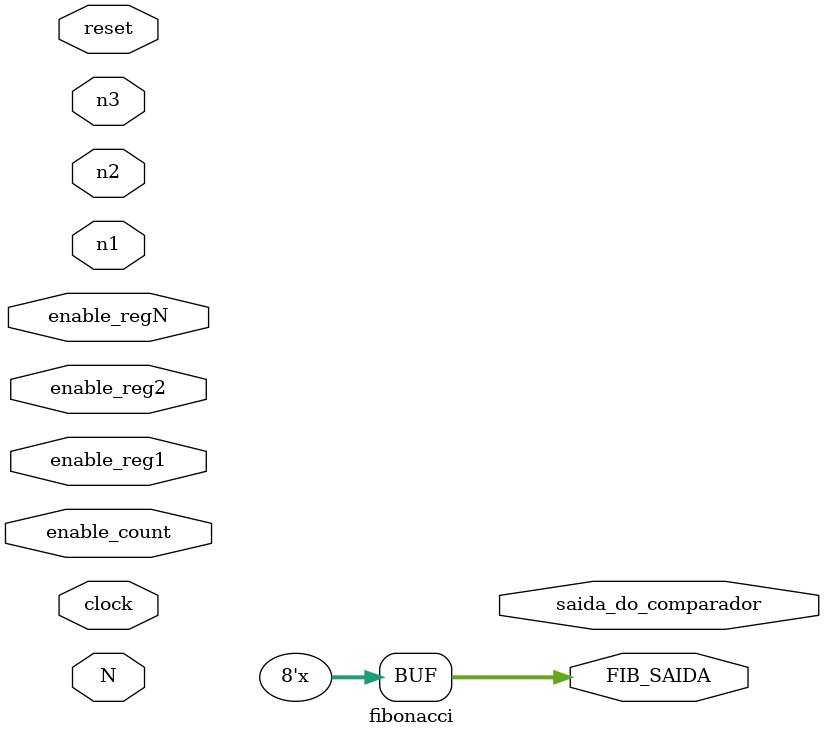
<source format=v>


module fibonacci(
    input wire clock,
    input wire reset,
    input wire n1,
    input wire n2,
    input wire [7:0] N, 
    input wire n3,
    input wire enable_reg1,
    input wire enable_reg2,
    input wire enable_regN,
    input wire enable_count,
    output reg [7:0] saida_do_comparador,
    output reg [7:0] FIB_SAIDA
);
    
reg [7:0] reg1;
reg [7:0] reg2 ;
reg [7:0] regf ;
reg [7:0] count;

reg [7:0] somador1;
reg [7:0] somador2;

reg mux1;
reg mux2;
reg mux3;

reg comparador;

always @(*)
begin
    if (reset)
        mux1 = n1;
    else
        mux1 = reg2;
end

always @(*)
begin
    if (reset)
        mux2 = n2;
    else
        mux2 = somador1;
end

always @(*)
begin
    if (reset)
        mux3 = n3;
    else
        mux3 = somador2;
end

always @(*)
begin
    if (regf > count)
        comparador = 1'b1;
    else
        comparador = 1'b0;
end

always @(*)
begin
    somador1 = reg2 + reg1;
    somador2 = 1 + count;
end

always @(*) 
begin
    if (enable_reg1 && enable_reg2 && enable_regN && enable_count)
    begin
        reg1 <= mux1;
        reg2 <= mux2;
        regf <= N;
        count <= mux3;
        FIB_SAIDA <= reg1;
    end
end

endmodule


</source>
